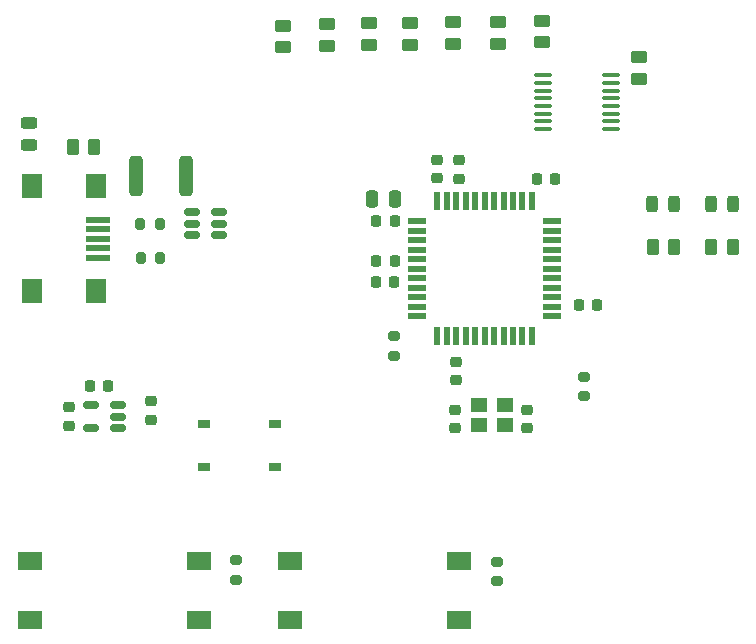
<source format=gbr>
%TF.GenerationSoftware,KiCad,Pcbnew,(7.0.0-0)*%
%TF.CreationDate,2023-04-20T13:26:23-06:00*%
%TF.ProjectId,Phase B - PCB,50686173-6520-4422-902d-205043422e6b,rev?*%
%TF.SameCoordinates,Original*%
%TF.FileFunction,Paste,Top*%
%TF.FilePolarity,Positive*%
%FSLAX46Y46*%
G04 Gerber Fmt 4.6, Leading zero omitted, Abs format (unit mm)*
G04 Created by KiCad (PCBNEW (7.0.0-0)) date 2023-04-20 13:26:23*
%MOMM*%
%LPD*%
G01*
G04 APERTURE LIST*
G04 Aperture macros list*
%AMRoundRect*
0 Rectangle with rounded corners*
0 $1 Rounding radius*
0 $2 $3 $4 $5 $6 $7 $8 $9 X,Y pos of 4 corners*
0 Add a 4 corners polygon primitive as box body*
4,1,4,$2,$3,$4,$5,$6,$7,$8,$9,$2,$3,0*
0 Add four circle primitives for the rounded corners*
1,1,$1+$1,$2,$3*
1,1,$1+$1,$4,$5*
1,1,$1+$1,$6,$7*
1,1,$1+$1,$8,$9*
0 Add four rect primitives between the rounded corners*
20,1,$1+$1,$2,$3,$4,$5,0*
20,1,$1+$1,$4,$5,$6,$7,0*
20,1,$1+$1,$6,$7,$8,$9,0*
20,1,$1+$1,$8,$9,$2,$3,0*%
G04 Aperture macros list end*
%ADD10RoundRect,0.250000X0.450000X-0.262500X0.450000X0.262500X-0.450000X0.262500X-0.450000X-0.262500X0*%
%ADD11RoundRect,0.200000X0.200000X0.275000X-0.200000X0.275000X-0.200000X-0.275000X0.200000X-0.275000X0*%
%ADD12RoundRect,0.225000X-0.250000X0.225000X-0.250000X-0.225000X0.250000X-0.225000X0.250000X0.225000X0*%
%ADD13R,2.000000X0.500000*%
%ADD14R,1.700000X2.000000*%
%ADD15RoundRect,0.225000X0.225000X0.250000X-0.225000X0.250000X-0.225000X-0.250000X0.225000X-0.250000X0*%
%ADD16R,1.000000X0.700000*%
%ADD17RoundRect,0.100000X-0.637500X-0.100000X0.637500X-0.100000X0.637500X0.100000X-0.637500X0.100000X0*%
%ADD18RoundRect,0.250000X0.250000X0.475000X-0.250000X0.475000X-0.250000X-0.475000X0.250000X-0.475000X0*%
%ADD19R,1.500000X0.550000*%
%ADD20R,0.550000X1.500000*%
%ADD21RoundRect,0.200000X-0.275000X0.200000X-0.275000X-0.200000X0.275000X-0.200000X0.275000X0.200000X0*%
%ADD22RoundRect,0.225000X0.250000X-0.225000X0.250000X0.225000X-0.250000X0.225000X-0.250000X-0.225000X0*%
%ADD23RoundRect,0.250000X-0.262500X-0.450000X0.262500X-0.450000X0.262500X0.450000X-0.262500X0.450000X0*%
%ADD24RoundRect,0.225000X-0.225000X-0.250000X0.225000X-0.250000X0.225000X0.250000X-0.225000X0.250000X0*%
%ADD25RoundRect,0.250000X0.262500X0.450000X-0.262500X0.450000X-0.262500X-0.450000X0.262500X-0.450000X0*%
%ADD26RoundRect,0.150000X0.512500X0.150000X-0.512500X0.150000X-0.512500X-0.150000X0.512500X-0.150000X0*%
%ADD27R,1.400000X1.200000*%
%ADD28RoundRect,0.243750X-0.243750X-0.456250X0.243750X-0.456250X0.243750X0.456250X-0.243750X0.456250X0*%
%ADD29RoundRect,0.200000X0.275000X-0.200000X0.275000X0.200000X-0.275000X0.200000X-0.275000X-0.200000X0*%
%ADD30R,2.000000X1.500000*%
%ADD31RoundRect,0.150000X-0.512500X-0.150000X0.512500X-0.150000X0.512500X0.150000X-0.512500X0.150000X0*%
%ADD32RoundRect,0.243750X-0.456250X0.243750X-0.456250X-0.243750X0.456250X-0.243750X0.456250X0.243750X0*%
%ADD33RoundRect,0.250000X-0.312500X-1.450000X0.312500X-1.450000X0.312500X1.450000X-0.312500X1.450000X0*%
G04 APERTURE END LIST*
D10*
%TO.C,R9*%
X146000000Y-78812500D03*
X146000000Y-76987500D03*
%TD*%
%TO.C,R11*%
X142600000Y-78812500D03*
X142600000Y-76987500D03*
%TD*%
D11*
%TO.C,R16*%
X124840000Y-93980000D03*
X123190000Y-93980000D03*
%TD*%
D12*
%TO.C,C9*%
X149944000Y-105638000D03*
X149944000Y-107188000D03*
%TD*%
D13*
%TO.C,J1*%
X119582499Y-93649999D03*
X119582499Y-94449999D03*
X119582499Y-95249999D03*
X119582499Y-96049999D03*
X119582499Y-96849999D03*
D14*
X119482499Y-90799999D03*
X114032499Y-90799999D03*
X119482499Y-99699999D03*
X114032499Y-99699999D03*
%TD*%
D15*
%TO.C,C4*%
X144725000Y-98900000D03*
X143175000Y-98900000D03*
%TD*%
D16*
%TO.C,S3*%
X134599999Y-114599999D03*
X128599999Y-114599999D03*
X134599999Y-110899999D03*
X128599999Y-110899999D03*
%TD*%
D10*
%TO.C,R5*%
X165400000Y-81712500D03*
X165400000Y-79887500D03*
%TD*%
D17*
%TO.C,U1*%
X157300000Y-81400000D03*
X157300000Y-82050000D03*
X157300000Y-82700000D03*
X157300000Y-83350000D03*
X157300000Y-84000000D03*
X157300000Y-84650000D03*
X157300000Y-85300000D03*
X157300000Y-85950000D03*
X163025000Y-85950000D03*
X163025000Y-85300000D03*
X163025000Y-84650000D03*
X163025000Y-84000000D03*
X163025000Y-83350000D03*
X163025000Y-82700000D03*
X163025000Y-82050000D03*
X163025000Y-81400000D03*
%TD*%
D10*
%TO.C,R6*%
X157200000Y-78612500D03*
X157200000Y-76787500D03*
%TD*%
D18*
%TO.C,C5*%
X144737000Y-91850000D03*
X142837000Y-91850000D03*
%TD*%
D19*
%TO.C,U3*%
X146656999Y-93776999D03*
X146656999Y-94576999D03*
X146656999Y-95376999D03*
X146656999Y-96176999D03*
X146656999Y-96976999D03*
X146656999Y-97776999D03*
X146656999Y-98576999D03*
X146656999Y-99376999D03*
X146656999Y-100176999D03*
X146656999Y-100976999D03*
X146656999Y-101776999D03*
D20*
X148356999Y-103476999D03*
X149156999Y-103476999D03*
X149956999Y-103476999D03*
X150756999Y-103476999D03*
X151556999Y-103476999D03*
X152356999Y-103476999D03*
X153156999Y-103476999D03*
X153956999Y-103476999D03*
X154756999Y-103476999D03*
X155556999Y-103476999D03*
X156356999Y-103476999D03*
D19*
X158056999Y-101776999D03*
X158056999Y-100976999D03*
X158056999Y-100176999D03*
X158056999Y-99376999D03*
X158056999Y-98576999D03*
X158056999Y-97776999D03*
X158056999Y-96976999D03*
X158056999Y-96176999D03*
X158056999Y-95376999D03*
X158056999Y-94576999D03*
X158056999Y-93776999D03*
D20*
X156356999Y-92076999D03*
X155556999Y-92076999D03*
X154756999Y-92076999D03*
X153956999Y-92076999D03*
X153156999Y-92076999D03*
X152356999Y-92076999D03*
X151556999Y-92076999D03*
X150756999Y-92076999D03*
X149956999Y-92076999D03*
X149156999Y-92076999D03*
X148356999Y-92076999D03*
%TD*%
D21*
%TO.C,R4*%
X153400000Y-122575000D03*
X153400000Y-124225000D03*
%TD*%
D22*
%TO.C,C1*%
X149860000Y-111252000D03*
X149860000Y-109702000D03*
%TD*%
%TO.C,C11*%
X150200000Y-90150000D03*
X150200000Y-88600000D03*
%TD*%
D23*
%TO.C,R2*%
X171522000Y-95946000D03*
X173347000Y-95946000D03*
%TD*%
D22*
%TO.C,C14*%
X117144000Y-111071000D03*
X117144000Y-109521000D03*
%TD*%
D11*
%TO.C,R15*%
X124875000Y-96850000D03*
X123225000Y-96850000D03*
%TD*%
D10*
%TO.C,R10*%
X139000000Y-78912500D03*
X139000000Y-77087500D03*
%TD*%
D22*
%TO.C,C6*%
X148300000Y-90125000D03*
X148300000Y-88575000D03*
%TD*%
D24*
%TO.C,C13*%
X118925000Y-107700000D03*
X120475000Y-107700000D03*
%TD*%
D25*
%TO.C,R14*%
X119312500Y-87500000D03*
X117487500Y-87500000D03*
%TD*%
D24*
%TO.C,C7*%
X156789000Y-90157000D03*
X158339000Y-90157000D03*
%TD*%
D26*
%TO.C,U5*%
X121329500Y-111246000D03*
X121329500Y-110296000D03*
X121329500Y-109346000D03*
X119054500Y-109346000D03*
X119054500Y-111246000D03*
%TD*%
D27*
%TO.C,Y1*%
X151891999Y-110984999D03*
X154091999Y-110984999D03*
X154091999Y-109284999D03*
X151891999Y-109284999D03*
%TD*%
D12*
%TO.C,C12*%
X124100000Y-109013000D03*
X124100000Y-110563000D03*
%TD*%
D28*
%TO.C,D2*%
X171500000Y-92300000D03*
X173375000Y-92300000D03*
%TD*%
D23*
%TO.C,R1*%
X166575500Y-95946000D03*
X168400500Y-95946000D03*
%TD*%
D10*
%TO.C,R8*%
X149700000Y-78712500D03*
X149700000Y-76887500D03*
%TD*%
D24*
%TO.C,C8*%
X160345000Y-100825000D03*
X161895000Y-100825000D03*
%TD*%
D29*
%TO.C,R17*%
X160742000Y-108561000D03*
X160742000Y-106911000D03*
%TD*%
D15*
%TO.C,C10*%
X144727000Y-97091000D03*
X143177000Y-97091000D03*
%TD*%
D21*
%TO.C,R13*%
X144700000Y-103475000D03*
X144700000Y-105125000D03*
%TD*%
D30*
%TO.C,S1*%
X113849999Y-122499999D03*
X128149999Y-122499999D03*
X113849999Y-127499999D03*
X128149999Y-127499999D03*
%TD*%
D12*
%TO.C,C2*%
X155956000Y-109702000D03*
X155956000Y-111252000D03*
%TD*%
D31*
%TO.C,U4*%
X127612500Y-93000000D03*
X127612500Y-93950000D03*
X127612500Y-94900000D03*
X129887500Y-94900000D03*
X129887500Y-93950000D03*
X129887500Y-93000000D03*
%TD*%
D15*
%TO.C,C3*%
X144737000Y-93755000D03*
X143187000Y-93755000D03*
%TD*%
D10*
%TO.C,R12*%
X135300000Y-79012500D03*
X135300000Y-77187500D03*
%TD*%
D28*
%TO.C,D1*%
X166500000Y-92300000D03*
X168375000Y-92300000D03*
%TD*%
D21*
%TO.C,R3*%
X131300000Y-122475000D03*
X131300000Y-124125000D03*
%TD*%
D30*
%TO.C,S2*%
X135849999Y-122499999D03*
X150149999Y-122499999D03*
X135849999Y-127499999D03*
X150149999Y-127499999D03*
%TD*%
D32*
%TO.C,D3*%
X113792000Y-85422500D03*
X113792000Y-87297500D03*
%TD*%
D10*
%TO.C,R7*%
X153500000Y-78712500D03*
X153500000Y-76887500D03*
%TD*%
D33*
%TO.C,F1*%
X122830500Y-89916000D03*
X127105500Y-89916000D03*
%TD*%
M02*

</source>
